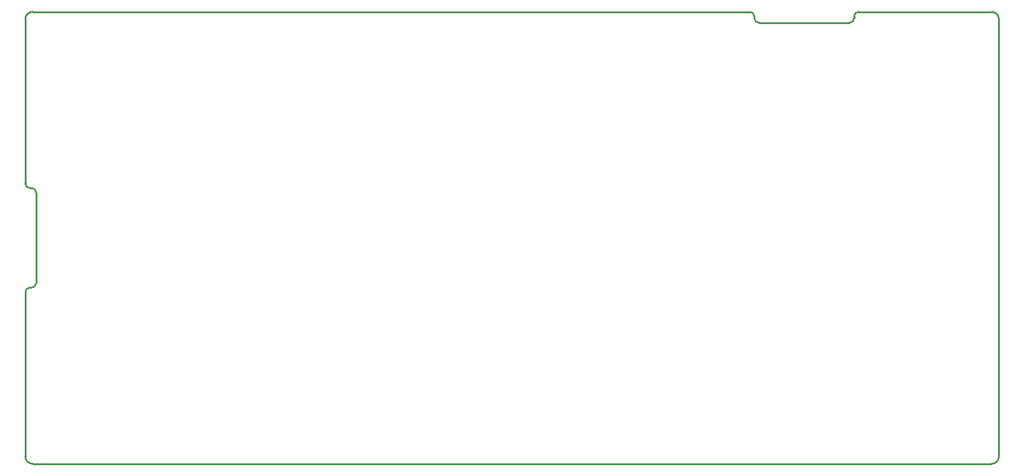
<source format=gm1>
G04*
G04 #@! TF.GenerationSoftware,Altium Limited,Altium Designer,22.10.1 (41)*
G04*
G04 Layer_Color=16711935*
%FSLAX24Y24*%
%MOIN*%
G70*
G04*
G04 #@! TF.SameCoordinates,909E230D-C440-470E-9760-442CD84647A0*
G04*
G04*
G04 #@! TF.FilePolarity,Positive*
G04*
G01*
G75*
%ADD15C,0.0100*%
D15*
X250Y9746D02*
G03*
X0Y9496I0J-250D01*
G01*
X350Y9746D02*
G03*
X600Y9996I0J250D01*
G01*
Y15004D02*
G03*
X350Y15254I-250J0D01*
G01*
X0Y15504D02*
G03*
X250Y15254I250J0D01*
G01*
X46008Y25000D02*
G03*
X45758Y24750I0J-250D01*
G01*
X45508Y24400D02*
G03*
X45758Y24650I0J250D01*
G01*
X40249D02*
G03*
X40499Y24400I250J0D01*
G01*
X40249Y24750D02*
G03*
X39999Y25000I-250J0D01*
G01*
X400D02*
G03*
X0Y24600I0J-400D01*
G01*
Y400D02*
G03*
X400Y-0I400J0D01*
G01*
X53350Y0D02*
G03*
X53750Y400I0J400D01*
G01*
Y24600D02*
G03*
X53350Y25000I-400J0D01*
G01*
X53750Y400D02*
X53750Y24600D01*
X0Y15504D02*
Y24600D01*
X600Y9996D02*
Y15004D01*
X250Y9746D02*
X350D01*
X250Y15254D02*
X350D01*
X46008Y25000D02*
X53346Y25000D01*
X32320Y0D02*
X38331D01*
X45758Y24650D02*
Y24750D01*
X40249Y24650D02*
Y24750D01*
X40499Y24400D02*
X45508D01*
X38331Y0D02*
X53350Y0D01*
X400Y-0D02*
X32322Y0D01*
X0Y400D02*
Y9496D01*
X400Y25000D02*
X39999D01*
M02*

</source>
